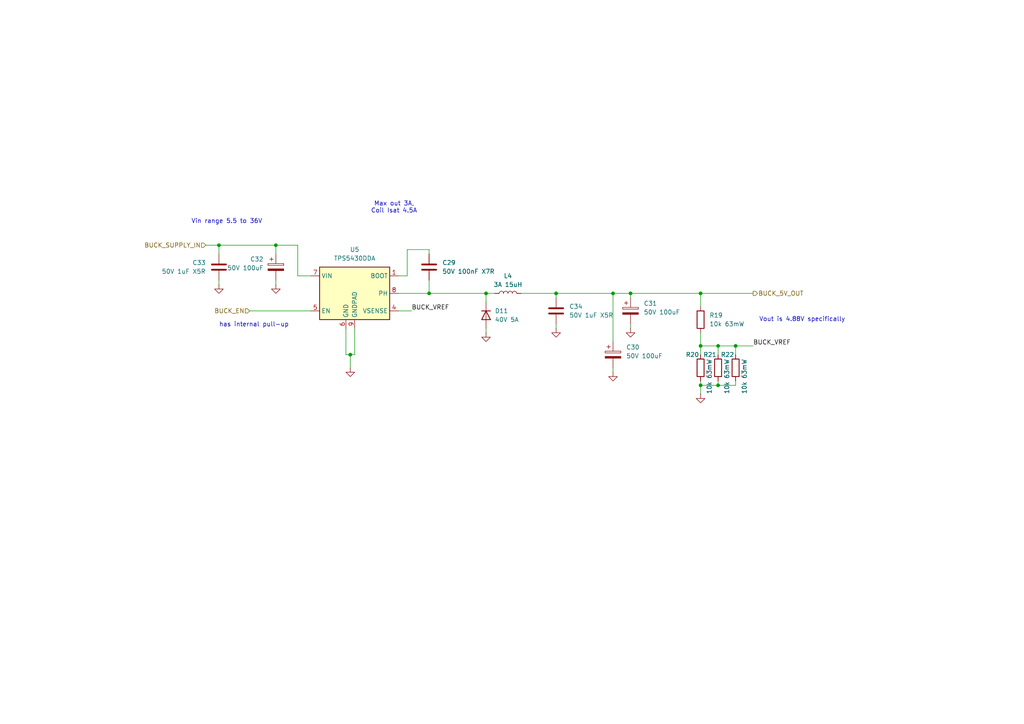
<source format=kicad_sch>
(kicad_sch (version 20250114) (generator "eeschema") (generator_version "9.0")
  (paper "A4")
  (title_block (title "Fontys adaptive robotics AGV platform.") (date "2025-03-01") (rev "V1.0") (company "Kestech") (comment 1 "MIT License. Copyright (c) 2025 Kestech Fontys"))
  (lib_symbols
    (symbol "Device:C" (pin_numbers (hide yes)) (pin_names (offset 0.254))
      (property "Reference" "C" (at 0.635 2.54 0))
      (property "Value" "C" (at 0.635 -2.54 0))
      (symbol "C_0_1"
        (polyline (pts (xy -2.032 0.762) (xy 2.032 0.762)) (stroke (width 0.508)))
        (polyline (pts (xy -2.032 -0.762) (xy 2.032 -0.762)) (stroke (width 0.508)))
      )
      (symbol "C_1_1"
        (pin passive line (at 0 3.81 270) (length 2.794) (name "~") (number "1"))
        (pin passive line (at 0 -3.81 90) (length 2.794) (name "~") (number "2"))
      )
    )
    (symbol "Device:C_Polarized" (pin_numbers (hide yes)) (pin_names (offset 0.254))
      (property "Reference" "C" (at 0.635 2.54 0))
      (property "Value" "C_Polarized" (at 0.635 -2.54 0))
      (symbol "C_Polarized_0_1"
        (rectangle (start -2.286 0.508) (end 2.286 1.016))
        (polyline (pts (xy -1.778 2.286) (xy -0.762 2.286)))
        (polyline (pts (xy -1.27 2.794) (xy -1.27 1.778)))
        (rectangle (start 2.286 -0.508) (end -2.286 -1.016) (fill (type outline)))
      )
      (symbol "C_Polarized_1_1"
        (pin passive line (at 0 3.81 270) (length 2.794) (name "~") (number "1"))
        (pin passive line (at 0 -3.81 90) (length 2.794) (name "~") (number "2"))
      )
    )
    (symbol "Device:D" (pin_numbers (hide yes)) (pin_names (offset 1.016) (hide yes))
      (property "Reference" "D" (at 0 2.54 0))
      (property "Value" "D" (at 0 -2.54 0))
      (symbol "D_0_1"
        (polyline (pts (xy -1.27 1.27) (xy -1.27 -1.27)) (stroke (width 0.254)))
        (polyline (pts (xy 1.27 1.27) (xy 1.27 -1.27) (xy -1.27 0) (xy 1.27 1.27)) (stroke (width 0.254)))
        (polyline (pts (xy 1.27 0) (xy -1.27 0)))
      )
      (symbol "D_1_1"
        (pin passive line (at -3.81 0 0) (length 2.54) (name "K") (number "1"))
        (pin passive line (at 3.81 0 180) (length 2.54) (name "A") (number "2"))
      )
    )
    (symbol "Device:L" (pin_numbers (hide yes)) (pin_names (offset 1.016) (hide yes))
      (property "Reference" "L" (at -1.27 0 90))
      (property "Value" "L" (at 1.905 0 90))
      (symbol "L_0_1"
        (arc (start 0 2.54) (mid 0.6323 1.905) (end 0 1.27))
        (arc (start 0 1.27) (mid 0.6323 0.635) (end 0 0))
        (arc (start 0 0) (mid 0.6323 -0.635) (end 0 -1.27))
        (arc (start 0 -1.27) (mid 0.6323 -1.905) (end 0 -2.54))
      )
      (symbol "L_1_1"
        (pin passive line (at 0 3.81 270) (length 1.27) (name "1") (number "1"))
        (pin passive line (at 0 -3.81 90) (length 1.27) (name "2") (number "2"))
      )
    )
    (symbol "Device:R" (pin_numbers (hide yes)) (pin_names (offset 0))
      (property "Reference" "R" (at 2.032 0 90))
      (property "Value" "R" (at 0 0 90))
      (symbol "R_0_1"
        (rectangle (start -1.016 -2.54) (end 1.016 2.54) (stroke (width 0.254)))
      )
      (symbol "R_1_1"
        (pin passive line (at 0 3.81 270) (length 1.27) (name "~") (number "1"))
        (pin passive line (at 0 -3.81 90) (length 1.27) (name "~") (number "2"))
      )
    )
    (symbol "Regulator_Switching:TPS5430DDA"
      (property "Reference" "U" (at -10.16 8.89 0))
      (property "Value" "TPS5430DDA" (at -1.27 8.89 0))
      (symbol "TPS5430DDA_0_1"
        (rectangle (start -10.16 7.62) (end 10.16 -7.62) (stroke (width 0.254)) (fill (type background)))
      )
      (symbol "TPS5430DDA_1_1"
        (pin power_in line (at -12.7 5.08 0) (length 2.54) (name "VIN") (number "7"))
        (pin input line (at -12.7 -5.08 0) (length 2.54) (name "EN") (number "5"))
        (pin no_connect line (at -10.16 2.54 0) (length 2.54) (hide yes) (name "NC") (number "2"))
        (pin no_connect line (at -10.16 -2.54 0) (length 2.54) (hide yes) (name "NC") (number "3"))
        (pin power_in line (at -2.54 -10.16 90) (length 2.54) (name "GND") (number "6"))
        (pin power_in line (at 0 -10.16 90) (length 2.54) (name "GNDPAD") (number "9"))
        (pin input line (at 12.7 5.08 180) (length 2.54) (name "BOOT") (number "1"))
        (pin output line (at 12.7 0 180) (length 2.54) (name "PH") (number "8"))
        (pin input line (at 12.7 -5.08 180) (length 2.54) (name "VSENSE") (number "4"))
      )
    )
    (symbol "power:GND" (power) (pin_numbers (hide yes)) (pin_names (offset 0) (hide yes))
      (property "Value" "GND" (at 0 -3.81 0))
      (symbol "GND_0_1"
        (polyline (pts (xy 0 0) (xy 0 -1.27) (xy 1.27 -1.27) (xy 0 -2.54) (xy -1.27 -1.27) (xy 0 -1.27)))
      )
      (symbol "GND_1_1"
        (pin power_in line (at 0 0 270) (length 0) (name "~") (number "1"))
      )
    )
  )
  (text "Vout is 4.88V specifically" (at 232.664 92.71 0) (effects (font (size 1.27 1.27))))
  (text "has internal pull-up" (at 73.66 94.234 0) (effects (font (size 1.27 1.27))))
  (text "Max out 3A,\nCoil Isat 4.5A" (at 114.3 60.198 0) (effects (font (size 1.27 1.27))))
  (text "Vin range 5.5 to 36V" (at 65.786 64.262 0) (effects (font (size 1.27 1.27))))
  (junction (at 208.28 100.33))
  (junction (at 101.6 102.87))
  (junction (at 124.46 85.09))
  (junction (at 208.28 111.76))
  (junction (at 203.2 111.76))
  (junction (at 140.97 85.09))
  (junction (at 80.01 71.12))
  (junction (at 213.36 100.33))
  (junction (at 161.29 85.09))
  (junction (at 63.5 71.12))
  (junction (at 177.8 85.09))
  (junction (at 182.88 85.09))
  (junction (at 203.2 85.09))
  (junction (at 203.2 100.33))
  (wire (pts (xy 118.11 72.39) (xy 124.46 72.39)))
  (wire (pts (xy 213.36 100.33) (xy 218.44 100.33)))
  (wire (pts (xy 101.6 102.87) (xy 102.87 102.87)))
  (wire (pts (xy 203.2 85.09) (xy 218.44 85.09)))
  (wire (pts (xy 161.29 85.09) (xy 177.8 85.09)))
  (wire (pts (xy 63.5 81.28) (xy 63.5 82.55)))
  (wire (pts (xy 118.11 80.01) (xy 118.11 72.39)))
  (wire (pts (xy 86.36 71.12) (xy 86.36 80.01)))
  (wire (pts (xy 213.36 111.76) (xy 213.36 110.49)))
  (wire (pts (xy 124.46 85.09) (xy 124.46 81.28)))
  (wire (pts (xy 124.46 85.09) (xy 140.97 85.09)))
  (wire (pts (xy 140.97 85.09) (xy 143.51 85.09)))
  (wire (pts (xy 115.57 90.17) (xy 119.38 90.17)))
  (wire (pts (xy 72.39 90.17) (xy 90.17 90.17)))
  (wire (pts (xy 182.88 85.09) (xy 203.2 85.09)))
  (wire (pts (xy 115.57 80.01) (xy 118.11 80.01)))
  (wire (pts (xy 182.88 93.98) (xy 182.88 95.25)))
  (wire (pts (xy 203.2 111.76) (xy 208.28 111.76)))
  (wire (pts (xy 213.36 100.33) (xy 213.36 102.87)))
  (wire (pts (xy 203.2 100.33) (xy 208.28 100.33)))
  (wire (pts (xy 140.97 95.25) (xy 140.97 96.52)))
  (wire (pts (xy 86.36 80.01) (xy 90.17 80.01)))
  (wire (pts (xy 203.2 96.52) (xy 203.2 100.33)))
  (wire (pts (xy 124.46 72.39) (xy 124.46 73.66)))
  (wire (pts (xy 208.28 100.33) (xy 208.28 102.87)))
  (wire (pts (xy 203.2 111.76) (xy 203.2 114.3)))
  (wire (pts (xy 182.88 85.09) (xy 182.88 86.36)))
  (wire (pts (xy 100.33 102.87) (xy 101.6 102.87)))
  (wire (pts (xy 161.29 85.09) (xy 161.29 86.36)))
  (wire (pts (xy 80.01 71.12) (xy 86.36 71.12)))
  (wire (pts (xy 208.28 111.76) (xy 208.28 110.49)))
  (wire (pts (xy 102.87 102.87) (xy 102.87 95.25)))
  (wire (pts (xy 208.28 100.33) (xy 213.36 100.33)))
  (wire (pts (xy 208.28 111.76) (xy 213.36 111.76)))
  (wire (pts (xy 80.01 81.28) (xy 80.01 82.55)))
  (wire (pts (xy 80.01 73.66) (xy 80.01 71.12)))
  (wire (pts (xy 101.6 102.87) (xy 101.6 106.68)))
  (wire (pts (xy 177.8 85.09) (xy 182.88 85.09)))
  (wire (pts (xy 203.2 100.33) (xy 203.2 102.87)))
  (wire (pts (xy 100.33 95.25) (xy 100.33 102.87)))
  (wire (pts (xy 63.5 71.12) (xy 80.01 71.12)))
  (wire (pts (xy 151.13 85.09) (xy 161.29 85.09)))
  (wire (pts (xy 161.29 93.98) (xy 161.29 95.25)))
  (wire (pts (xy 177.8 99.06) (xy 177.8 85.09)))
  (wire (pts (xy 115.57 85.09) (xy 124.46 85.09)))
  (wire (pts (xy 140.97 85.09) (xy 140.97 87.63)))
  (wire (pts (xy 203.2 85.09) (xy 203.2 88.9)))
  (wire (pts (xy 59.69 71.12) (xy 63.5 71.12)))
  (wire (pts (xy 63.5 71.12) (xy 63.5 73.66)))
  (wire (pts (xy 177.8 106.68) (xy 177.8 107.95)))
  (wire (pts (xy 203.2 110.49) (xy 203.2 111.76)))
  (label "BUCK_VREF" (at 218.44 100.33 0))
  (label "BUCK_VREF" (at 119.38 90.17 0))
  (hierarchical_label "BUCK_EN" (shape input) (at 72.39 90.17 180))
  (hierarchical_label "BUCK_SUPPLY_IN" (shape input) (at 59.69 71.12 180))
  (hierarchical_label "BUCK_5V_OUT" (shape output) (at 218.44 85.09 0))
  (symbol (lib_id "power:GND") (at 161.29 95.25 0) (unit 1)
    (property "Reference" "#PWR031" (effects (hide yes)))
    (property "Value" "GND" (effects (hide yes)))
    (property "Description" "Power symbol creates a global label with name \"GND\" , ground" (effects (hide yes)))
  )
  (symbol (lib_id "power:GND") (at 182.88 95.25 0) (unit 1)
    (property "Reference" "#PWR033" (effects (hide yes)))
    (property "Value" "GND" (effects (hide yes)))
    (property "Description" "Power symbol creates a global label with name \"GND\" , ground" (effects (hide yes)))
  )
  (symbol (lib_id "Device:C_Polarized") (at 182.88 90.17 0) (unit 1)
    (property "Reference" "C31" (at 186.69 88.0109 0) (effects (justify left)))
    (property "Value" "50V 100uF" (at 186.69 90.5509 0) (effects (justify left)))
    (property "Footprint" "Capacitor_SMD:CP_Elec_8x10.5" (effects (hide yes)))
    (property "Description" "Polarized capacitor" (effects (hide yes)))
    (property "JLCPCB" "C5246561" (effects (hide yes)))
  )
  (symbol (lib_id "power:GND") (at 140.97 96.52 0) (unit 1)
    (property "Reference" "#PWR035" (effects (hide yes)))
    (property "Value" "GND" (effects (hide yes)))
    (property "Description" "Power symbol creates a global label with name \"GND\" , ground" (effects (hide yes)))
  )
  (symbol (lib_id "power:GND") (at 80.01 82.55 0) (unit 1)
    (property "Reference" "#PWR030" (effects (hide yes)))
    (property "Value" "GND" (effects (hide yes)))
    (property "Description" "Power symbol creates a global label with name \"GND\" , ground" (effects (hide yes)))
  )
  (symbol (lib_id "Device:C_Polarized") (at 177.8 102.87 0) (unit 1)
    (property "Reference" "C30" (at 181.61 100.7109 0) (effects (justify left)))
    (property "Value" "50V 100uF" (at 181.61 103.2509 0) (effects (justify left)))
    (property "Footprint" "Capacitor_SMD:CP_Elec_8x10.5" (effects (hide yes)))
    (property "Description" "Polarized capacitor" (effects (hide yes)))
    (property "JLCPCB" "C5246561" (effects (hide yes)))
  )
  (symbol (lib_id "Device:R") (at 208.28 106.68 180) (unit 1)
    (property "Reference" "R21" (at 203.962 102.87 0) (effects (justify right)))
    (property "Value" "10k 63mW" (at 210.82 114.3 90) (effects (justify right)))
    (property "Footprint" "Resistor_SMD:R_0402_1005Metric" (effects (hide yes)))
    (property "Datasheet" "https://jlcpcb.com/api/file/downloadByFileSystemAccessId/8556212101498380288" (effects (hide yes)))
    (property "Description" "Resistor" (effects (hide yes)))
    (property "JLCPCB" "C25744" (effects (hide yes)))
  )
  (symbol (lib_id "power:GND") (at 203.2 114.3 0) (unit 1)
    (property "Reference" "#PWR036" (effects (hide yes)))
    (property "Value" "GND" (effects (hide yes)))
    (property "Description" "Power symbol creates a global label with name \"GND\" , ground" (effects (hide yes)))
  )
  (symbol (lib_id "Device:C") (at 124.46 77.47 0) (unit 1)
    (property "Reference" "C29" (at 128.27 76.1999 0) (effects (justify left)))
    (property "Value" "50V 100nF X7R" (at 128.27 78.7399 0) (effects (justify left)))
    (property "Footprint" "Capacitor_SMD:C_0603_1608Metric" (effects (hide yes)))
    (property "Datasheet" "https://jlcpcb.com/api/file/downloadByFileSystemAccessId/8579707083955945472" (effects (hide yes)))
    (property "Description" "Unpolarized capacitor" (effects (hide yes)))
    (property "JLCPCB" "C14663" (effects (hide yes)))
  )
  (symbol (lib_id "Device:R") (at 213.36 106.68 180) (unit 1)
    (property "Reference" "R22" (at 209.042 102.87 0) (effects (justify right)))
    (property "Value" "10k 63mW" (at 215.9 114.3 90) (effects (justify right)))
    (property "Footprint" "Resistor_SMD:R_0402_1005Metric" (effects (hide yes)))
    (property "Datasheet" "https://jlcpcb.com/api/file/downloadByFileSystemAccessId/8556212101498380288" (effects (hide yes)))
    (property "Description" "Resistor" (effects (hide yes)))
    (property "JLCPCB" "C25744" (effects (hide yes)))
  )
  (symbol (lib_id "Regulator_Switching:TPS5430DDA") (at 102.87 85.09 0) (unit 1)
    (property "Reference" "U5" (at 102.87 72.39 0))
    (property "Value" "TPS5430DDA" (at 102.87 74.93 0))
    (property "Footprint" "Package_SO:TI_SO-PowerPAD-8_ThermalVias" (effects (hide yes)))
    (property "Datasheet" "http://www.ti.com/lit/ds/symlink/tps5430.pdf" (effects (hide yes)))
    (property "Description" "3A, Step Down Swift Converter, Adjustable Output Voltage, 5.5-36V Input Voltage, PowerSO-8" (effects (hide yes)))
    (property "JLCPCB" "C9864" (effects (hide yes)))
  )
  (symbol (lib_id "Device:R") (at 203.2 92.71 180) (unit 1)
    (property "Reference" "R19" (at 205.74 91.4399 0) (effects (justify right)))
    (property "Value" "10k 63mW" (at 205.74 93.9799 0) (effects (justify right)))
    (property "Footprint" "Resistor_SMD:R_0402_1005Metric" (effects (hide yes)))
    (property "Datasheet" "https://jlcpcb.com/api/file/downloadByFileSystemAccessId/8556212101498380288" (effects (hide yes)))
    (property "Description" "Resistor" (effects (hide yes)))
    (property "JLCPCB" "C25744" (effects (hide yes)))
  )
  (symbol (lib_id "Device:L") (at 147.32 85.09 90) (unit 1)
    (property "Reference" "L4" (at 147.32 80.01 90))
    (property "Value" "3A 15uH" (at 147.32 82.55 90))
    (property "Description" "Inductor" (effects (hide yes)))
    (property "JLCPCB" "C177243" (effects (hide yes)))
  )
  (symbol (lib_id "Device:C") (at 63.5 77.47 0) (unit 1)
    (property "Reference" "C33" (at 59.69 76.1999 0) (effects (justify right)))
    (property "Value" "50V 1uF X5R" (at 59.69 78.7399 0) (effects (justify right)))
    (property "Footprint" "Capacitor_SMD:C_0603_1608Metric" (effects (hide yes)))
    (property "Datasheet" "https://jlcpcb.com/api/file/downloadByFileSystemAccessId/8556213788459761664" (effects (hide yes)))
    (property "Description" "Unpolarized capacitor" (effects (hide yes)))
    (property "JLCPCB" "C15849" (effects (hide yes)))
  )
  (symbol (lib_id "Device:C") (at 161.29 90.17 0) (mirror y) (unit 1)
    (property "Reference" "C34" (at 165.1 88.8999 0) (effects (justify right)))
    (property "Value" "50V 1uF X5R" (at 165.1 91.4399 0) (effects (justify right)))
    (property "Footprint" "Capacitor_SMD:C_0603_1608Metric" (effects (hide yes)))
    (property "Datasheet" "https://jlcpcb.com/api/file/downloadByFileSystemAccessId/8556213788459761664" (effects (hide yes)))
    (property "Description" "Unpolarized capacitor" (effects (hide yes)))
    (property "JLCPCB" "C15849" (effects (hide yes)))
  )
  (symbol (lib_id "Device:C_Polarized") (at 80.01 77.47 0) (unit 1)
    (property "Reference" "C32" (at 76.454 75.184 0) (effects (justify right)))
    (property "Value" "50V 100uF" (at 76.454 77.724 0) (effects (justify right)))
    (property "Footprint" "Capacitor_SMD:CP_Elec_8x10.5" (effects (hide yes)))
    (property "Description" "Polarized capacitor" (effects (hide yes)))
    (property "JLCPCB" "C5246561" (effects (hide yes)))
  )
  (symbol (lib_id "power:GND") (at 101.6 106.68 0) (unit 1)
    (property "Reference" "#PWR029" (effects (hide yes)))
    (property "Value" "GND" (effects (hide yes)))
    (property "Description" "Power symbol creates a global label with name \"GND\" , ground" (effects (hide yes)))
  )
  (symbol (lib_id "Device:D") (at 140.97 91.44 270) (unit 1)
    (property "Reference" "D11" (at 143.51 90.1699 90) (effects (justify left)))
    (property "Value" "40V 5A" (at 143.51 92.7099 90) (effects (justify left)))
    (property "Footprint" "Diode_SMD:D_SMA" (effects (hide yes)))
    (property "Datasheet" "https://jlcpcb.com/api/file/downloadByFileSystemAccessId/8579707587489042432" (effects (hide yes)))
    (property "Description" "Diode" (effects (hide yes)))
    (property "Sim.Device" "D" (effects (hide yes)))
    (property "Sim.Pins" "1=K 2=A" (effects (hide yes)))
    (property "JLCPCB" "C22452" (effects (hide yes)))
  )
  (symbol (lib_id "Device:R") (at 203.2 106.68 180) (unit 1)
    (property "Reference" "R20" (at 198.882 102.87 0) (effects (justify right)))
    (property "Value" "10k 63mW" (at 205.74 114.3 90) (effects (justify right)))
    (property "Footprint" "Resistor_SMD:R_0402_1005Metric" (effects (hide yes)))
    (property "Datasheet" "https://jlcpcb.com/api/file/downloadByFileSystemAccessId/8556212101498380288" (effects (hide yes)))
    (property "Description" "Resistor" (effects (hide yes)))
    (property "JLCPCB" "C25744" (effects (hide yes)))
  )
  (symbol (lib_id "power:GND") (at 177.8 107.95 0) (unit 1)
    (property "Reference" "#PWR032" (effects (hide yes)))
    (property "Value" "GND" (effects (hide yes)))
    (property "Description" "Power symbol creates a global label with name \"GND\" , ground" (effects (hide yes)))
  )
  (symbol (lib_id "power:GND") (at 63.5 82.55 0) (unit 1)
    (property "Reference" "#PWR034" (effects (hide yes)))
    (property "Value" "GND" (effects (hide yes)))
    (property "Description" "Power symbol creates a global label with name \"GND\" , ground" (effects (hide yes)))
  )
)
</source>
